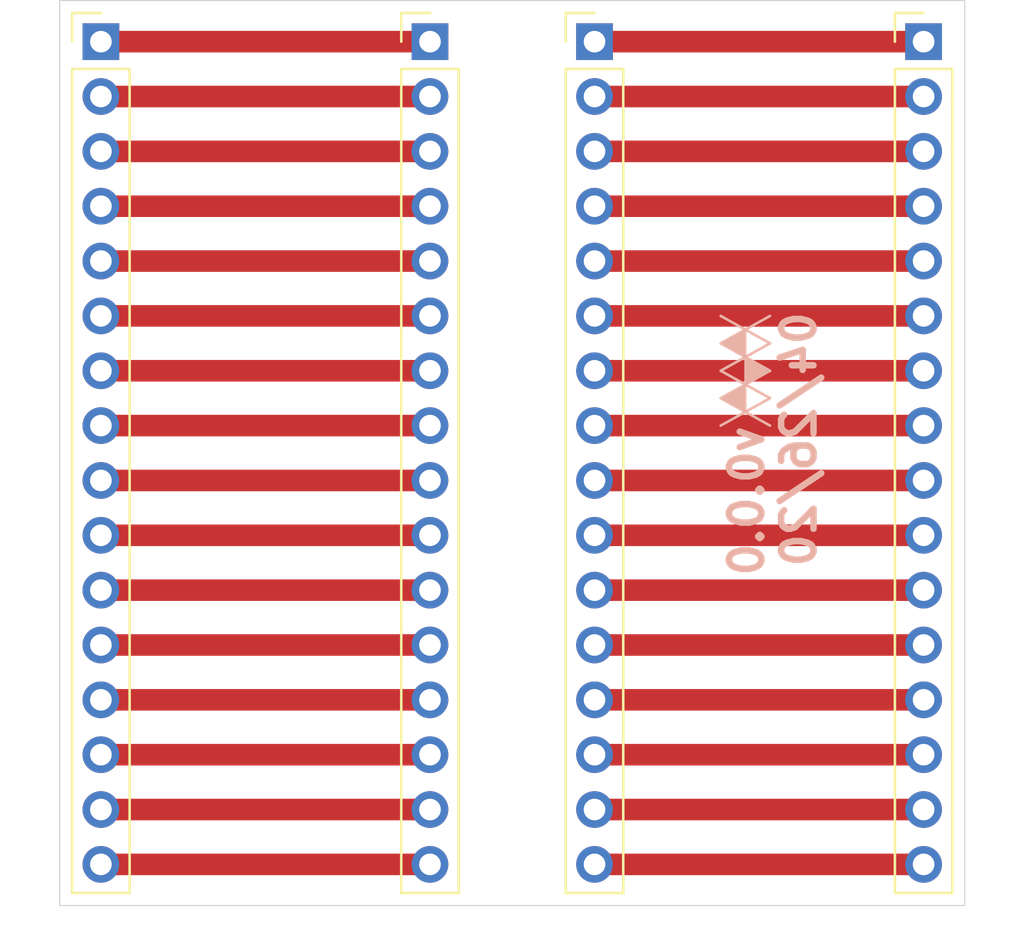
<source format=kicad_pcb>
(kicad_pcb (version 20171130) (host pcbnew "(5.1.2)-1")

  (general
    (thickness 1.6)
    (drawings 5)
    (tracks 32)
    (zones 0)
    (modules 5)
    (nets 33)
  )

  (page A4)
  (layers
    (0 F.Cu signal)
    (31 B.Cu signal)
    (32 B.Adhes user)
    (33 F.Adhes user)
    (34 B.Paste user)
    (35 F.Paste user)
    (36 B.SilkS user)
    (37 F.SilkS user)
    (38 B.Mask user)
    (39 F.Mask user)
    (40 Dwgs.User user)
    (41 Cmts.User user)
    (42 Eco1.User user)
    (43 Eco2.User user)
    (44 Edge.Cuts user)
    (45 Margin user)
    (46 B.CrtYd user)
    (47 F.CrtYd user)
    (48 B.Fab user)
    (49 F.Fab user)
  )

  (setup
    (last_trace_width 0.25)
    (user_trace_width 1)
    (trace_clearance 0.2)
    (zone_clearance 0.508)
    (zone_45_only no)
    (trace_min 0.2)
    (via_size 0.8)
    (via_drill 0.4)
    (via_min_size 0.4)
    (via_min_drill 0.3)
    (uvia_size 0.3)
    (uvia_drill 0.1)
    (uvias_allowed no)
    (uvia_min_size 0.2)
    (uvia_min_drill 0.1)
    (edge_width 0.05)
    (segment_width 0.2)
    (pcb_text_width 0.3)
    (pcb_text_size 1.5 1.5)
    (mod_edge_width 0.12)
    (mod_text_size 1 1)
    (mod_text_width 0.15)
    (pad_size 1.524 1.524)
    (pad_drill 0.762)
    (pad_to_mask_clearance 0.051)
    (solder_mask_min_width 0.25)
    (aux_axis_origin 0 0)
    (visible_elements 7FFFFFFF)
    (pcbplotparams
      (layerselection 0x010fc_ffffffff)
      (usegerberextensions false)
      (usegerberattributes false)
      (usegerberadvancedattributes false)
      (creategerberjobfile false)
      (excludeedgelayer true)
      (linewidth 0.100000)
      (plotframeref false)
      (viasonmask false)
      (mode 1)
      (useauxorigin false)
      (hpglpennumber 1)
      (hpglpenspeed 20)
      (hpglpendiameter 15.000000)
      (psnegative false)
      (psa4output false)
      (plotreference true)
      (plotvalue true)
      (plotinvisibletext false)
      (padsonsilk false)
      (subtractmaskfromsilk false)
      (outputformat 1)
      (mirror false)
      (drillshape 0)
      (scaleselection 1)
      (outputdirectory "gbr/"))
  )

  (net 0 "")
  (net 1 "Net-(J1-Pad16)")
  (net 2 "Net-(J1-Pad15)")
  (net 3 "Net-(J1-Pad14)")
  (net 4 "Net-(J1-Pad13)")
  (net 5 "Net-(J1-Pad12)")
  (net 6 "Net-(J1-Pad11)")
  (net 7 "Net-(J1-Pad10)")
  (net 8 "Net-(J1-Pad9)")
  (net 9 "Net-(J1-Pad8)")
  (net 10 "Net-(J1-Pad7)")
  (net 11 "Net-(J1-Pad6)")
  (net 12 "Net-(J1-Pad5)")
  (net 13 "Net-(J1-Pad4)")
  (net 14 "Net-(J1-Pad3)")
  (net 15 "Net-(J1-Pad2)")
  (net 16 "Net-(J1-Pad1)")
  (net 17 "Net-(J3-Pad16)")
  (net 18 "Net-(J3-Pad15)")
  (net 19 "Net-(J3-Pad14)")
  (net 20 "Net-(J3-Pad13)")
  (net 21 "Net-(J3-Pad12)")
  (net 22 "Net-(J3-Pad11)")
  (net 23 "Net-(J3-Pad10)")
  (net 24 "Net-(J3-Pad9)")
  (net 25 "Net-(J3-Pad8)")
  (net 26 "Net-(J3-Pad7)")
  (net 27 "Net-(J3-Pad6)")
  (net 28 "Net-(J3-Pad5)")
  (net 29 "Net-(J3-Pad4)")
  (net 30 "Net-(J3-Pad3)")
  (net 31 "Net-(J3-Pad2)")
  (net 32 "Net-(J3-Pad1)")

  (net_class Default "This is the default net class."
    (clearance 0.2)
    (trace_width 0.25)
    (via_dia 0.8)
    (via_drill 0.4)
    (uvia_dia 0.3)
    (uvia_drill 0.1)
    (add_net "Net-(J1-Pad1)")
    (add_net "Net-(J1-Pad10)")
    (add_net "Net-(J1-Pad11)")
    (add_net "Net-(J1-Pad12)")
    (add_net "Net-(J1-Pad13)")
    (add_net "Net-(J1-Pad14)")
    (add_net "Net-(J1-Pad15)")
    (add_net "Net-(J1-Pad16)")
    (add_net "Net-(J1-Pad2)")
    (add_net "Net-(J1-Pad3)")
    (add_net "Net-(J1-Pad4)")
    (add_net "Net-(J1-Pad5)")
    (add_net "Net-(J1-Pad6)")
    (add_net "Net-(J1-Pad7)")
    (add_net "Net-(J1-Pad8)")
    (add_net "Net-(J1-Pad9)")
    (add_net "Net-(J3-Pad1)")
    (add_net "Net-(J3-Pad10)")
    (add_net "Net-(J3-Pad11)")
    (add_net "Net-(J3-Pad12)")
    (add_net "Net-(J3-Pad13)")
    (add_net "Net-(J3-Pad14)")
    (add_net "Net-(J3-Pad15)")
    (add_net "Net-(J3-Pad16)")
    (add_net "Net-(J3-Pad2)")
    (add_net "Net-(J3-Pad3)")
    (add_net "Net-(J3-Pad4)")
    (add_net "Net-(J3-Pad5)")
    (add_net "Net-(J3-Pad6)")
    (add_net "Net-(J3-Pad7)")
    (add_net "Net-(J3-Pad8)")
    (add_net "Net-(J3-Pad9)")
  )

  (module Symbol:Logo_WM (layer B.Cu) (tedit 5EA02B73) (tstamp 5EA63443)
    (at 161.925 83.82 90)
    (fp_text reference REF** (at 0 2.286 90) (layer B.SilkS) hide
      (effects (font (size 1 1) (thickness 0.15)) (justify mirror))
    )
    (fp_text value Logo_WM (at 0 -2.032 90) (layer B.Fab)
      (effects (font (size 1 1) (thickness 0.15)) (justify mirror))
    )
    (fp_poly (pts (xy 0.635 0) (xy 1.905 0) (xy 1.27 -1.143)) (layer B.SilkS) (width 0.1))
    (fp_poly (pts (xy -0.635 0) (xy 0.635 0) (xy 0 1.143)) (layer B.SilkS) (width 0.1))
    (fp_poly (pts (xy -1.905 0) (xy -0.635 0) (xy -1.27 -1.143)) (layer B.SilkS) (width 0.1))
    (fp_line (start 1.905 0) (end 2.54 -1.143) (layer B.SilkS) (width 0.12))
    (fp_line (start 2.54 1.143) (end 1.905 0) (layer B.SilkS) (width 0.12))
    (fp_line (start -2.54 -1.143) (end -1.905 0) (layer B.SilkS) (width 0.12))
    (fp_line (start -1.905 0) (end -2.54 1.143) (layer B.SilkS) (width 0.12))
    (fp_line (start -0.635 0) (end -1.27 1.143) (layer B.SilkS) (width 0.12))
    (fp_line (start -1.905 0) (end -1.27 -1.143) (layer B.SilkS) (width 0.12))
    (fp_line (start -1.27 1.143) (end -1.905 0) (layer B.SilkS) (width 0.12))
    (fp_line (start -1.27 -1.143) (end -0.635 0) (layer B.SilkS) (width 0.12))
    (fp_line (start 1.27 1.143) (end 0.635 0) (layer B.SilkS) (width 0.12))
    (fp_line (start 0.635 0) (end 1.27 -1.143) (layer B.SilkS) (width 0.12))
    (fp_line (start 1.27 -1.143) (end 1.905 0) (layer B.SilkS) (width 0.12))
    (fp_line (start 1.905 0) (end 1.27 1.143) (layer B.SilkS) (width 0.12))
    (fp_line (start 0.635 0) (end 0 1.143) (layer B.SilkS) (width 0.12))
    (fp_line (start 0 -1.143) (end 0.635 0) (layer B.SilkS) (width 0.12))
    (fp_line (start -0.635 0) (end 0 -1.143) (layer B.SilkS) (width 0.12))
    (fp_line (start 0 1.143) (end -0.635 0) (layer B.SilkS) (width 0.12))
  )

  (module Connector_PinHeader_2.54mm:PinHeader_1x16_P2.54mm_Vertical (layer F.Cu) (tedit 59FED5CC) (tstamp 5EA62CA9)
    (at 154.94 68.58)
    (descr "Through hole straight pin header, 1x16, 2.54mm pitch, single row")
    (tags "Through hole pin header THT 1x16 2.54mm single row")
    (path /5EAA9AB4)
    (fp_text reference J4 (at 0 -2.33) (layer F.SilkS) hide
      (effects (font (size 1 1) (thickness 0.15)))
    )
    (fp_text value Conn_01x16 (at 0 40.43) (layer F.Fab)
      (effects (font (size 1 1) (thickness 0.15)))
    )
    (fp_text user %R (at 0 19.05 90) (layer F.Fab)
      (effects (font (size 1 1) (thickness 0.15)))
    )
    (fp_line (start 1.8 -1.8) (end -1.8 -1.8) (layer F.CrtYd) (width 0.05))
    (fp_line (start 1.8 39.9) (end 1.8 -1.8) (layer F.CrtYd) (width 0.05))
    (fp_line (start -1.8 39.9) (end 1.8 39.9) (layer F.CrtYd) (width 0.05))
    (fp_line (start -1.8 -1.8) (end -1.8 39.9) (layer F.CrtYd) (width 0.05))
    (fp_line (start -1.33 -1.33) (end 0 -1.33) (layer F.SilkS) (width 0.12))
    (fp_line (start -1.33 0) (end -1.33 -1.33) (layer F.SilkS) (width 0.12))
    (fp_line (start -1.33 1.27) (end 1.33 1.27) (layer F.SilkS) (width 0.12))
    (fp_line (start 1.33 1.27) (end 1.33 39.43) (layer F.SilkS) (width 0.12))
    (fp_line (start -1.33 1.27) (end -1.33 39.43) (layer F.SilkS) (width 0.12))
    (fp_line (start -1.33 39.43) (end 1.33 39.43) (layer F.SilkS) (width 0.12))
    (fp_line (start -1.27 -0.635) (end -0.635 -1.27) (layer F.Fab) (width 0.1))
    (fp_line (start -1.27 39.37) (end -1.27 -0.635) (layer F.Fab) (width 0.1))
    (fp_line (start 1.27 39.37) (end -1.27 39.37) (layer F.Fab) (width 0.1))
    (fp_line (start 1.27 -1.27) (end 1.27 39.37) (layer F.Fab) (width 0.1))
    (fp_line (start -0.635 -1.27) (end 1.27 -1.27) (layer F.Fab) (width 0.1))
    (pad 16 thru_hole oval (at 0 38.1) (size 1.7 1.7) (drill 1) (layers *.Cu *.Mask)
      (net 17 "Net-(J3-Pad16)"))
    (pad 15 thru_hole oval (at 0 35.56) (size 1.7 1.7) (drill 1) (layers *.Cu *.Mask)
      (net 18 "Net-(J3-Pad15)"))
    (pad 14 thru_hole oval (at 0 33.02) (size 1.7 1.7) (drill 1) (layers *.Cu *.Mask)
      (net 19 "Net-(J3-Pad14)"))
    (pad 13 thru_hole oval (at 0 30.48) (size 1.7 1.7) (drill 1) (layers *.Cu *.Mask)
      (net 20 "Net-(J3-Pad13)"))
    (pad 12 thru_hole oval (at 0 27.94) (size 1.7 1.7) (drill 1) (layers *.Cu *.Mask)
      (net 21 "Net-(J3-Pad12)"))
    (pad 11 thru_hole oval (at 0 25.4) (size 1.7 1.7) (drill 1) (layers *.Cu *.Mask)
      (net 22 "Net-(J3-Pad11)"))
    (pad 10 thru_hole oval (at 0 22.86) (size 1.7 1.7) (drill 1) (layers *.Cu *.Mask)
      (net 23 "Net-(J3-Pad10)"))
    (pad 9 thru_hole oval (at 0 20.32) (size 1.7 1.7) (drill 1) (layers *.Cu *.Mask)
      (net 24 "Net-(J3-Pad9)"))
    (pad 8 thru_hole oval (at 0 17.78) (size 1.7 1.7) (drill 1) (layers *.Cu *.Mask)
      (net 25 "Net-(J3-Pad8)"))
    (pad 7 thru_hole oval (at 0 15.24) (size 1.7 1.7) (drill 1) (layers *.Cu *.Mask)
      (net 26 "Net-(J3-Pad7)"))
    (pad 6 thru_hole oval (at 0 12.7) (size 1.7 1.7) (drill 1) (layers *.Cu *.Mask)
      (net 27 "Net-(J3-Pad6)"))
    (pad 5 thru_hole oval (at 0 10.16) (size 1.7 1.7) (drill 1) (layers *.Cu *.Mask)
      (net 28 "Net-(J3-Pad5)"))
    (pad 4 thru_hole oval (at 0 7.62) (size 1.7 1.7) (drill 1) (layers *.Cu *.Mask)
      (net 29 "Net-(J3-Pad4)"))
    (pad 3 thru_hole oval (at 0 5.08) (size 1.7 1.7) (drill 1) (layers *.Cu *.Mask)
      (net 30 "Net-(J3-Pad3)"))
    (pad 2 thru_hole oval (at 0 2.54) (size 1.7 1.7) (drill 1) (layers *.Cu *.Mask)
      (net 31 "Net-(J3-Pad2)"))
    (pad 1 thru_hole rect (at 0 0) (size 1.7 1.7) (drill 1) (layers *.Cu *.Mask)
      (net 32 "Net-(J3-Pad1)"))
    (model ${KISYS3DMOD}/Connector_PinHeader_2.54mm.3dshapes/PinHeader_1x16_P2.54mm_Vertical.wrl
      (at (xyz 0 0 0))
      (scale (xyz 1 1 1))
      (rotate (xyz 0 0 0))
    )
  )

  (module Connector_PinHeader_2.54mm:PinHeader_1x16_P2.54mm_Vertical (layer F.Cu) (tedit 59FED5CC) (tstamp 5EA62C85)
    (at 170.18 68.58)
    (descr "Through hole straight pin header, 1x16, 2.54mm pitch, single row")
    (tags "Through hole pin header THT 1x16 2.54mm single row")
    (path /5EAA9ABA)
    (fp_text reference J3 (at 0 -2.33) (layer F.SilkS) hide
      (effects (font (size 1 1) (thickness 0.15)))
    )
    (fp_text value Conn_01x16 (at 0 40.43) (layer F.Fab)
      (effects (font (size 1 1) (thickness 0.15)))
    )
    (fp_text user %R (at 0 19.05 90) (layer F.Fab)
      (effects (font (size 1 1) (thickness 0.15)))
    )
    (fp_line (start 1.8 -1.8) (end -1.8 -1.8) (layer F.CrtYd) (width 0.05))
    (fp_line (start 1.8 39.9) (end 1.8 -1.8) (layer F.CrtYd) (width 0.05))
    (fp_line (start -1.8 39.9) (end 1.8 39.9) (layer F.CrtYd) (width 0.05))
    (fp_line (start -1.8 -1.8) (end -1.8 39.9) (layer F.CrtYd) (width 0.05))
    (fp_line (start -1.33 -1.33) (end 0 -1.33) (layer F.SilkS) (width 0.12))
    (fp_line (start -1.33 0) (end -1.33 -1.33) (layer F.SilkS) (width 0.12))
    (fp_line (start -1.33 1.27) (end 1.33 1.27) (layer F.SilkS) (width 0.12))
    (fp_line (start 1.33 1.27) (end 1.33 39.43) (layer F.SilkS) (width 0.12))
    (fp_line (start -1.33 1.27) (end -1.33 39.43) (layer F.SilkS) (width 0.12))
    (fp_line (start -1.33 39.43) (end 1.33 39.43) (layer F.SilkS) (width 0.12))
    (fp_line (start -1.27 -0.635) (end -0.635 -1.27) (layer F.Fab) (width 0.1))
    (fp_line (start -1.27 39.37) (end -1.27 -0.635) (layer F.Fab) (width 0.1))
    (fp_line (start 1.27 39.37) (end -1.27 39.37) (layer F.Fab) (width 0.1))
    (fp_line (start 1.27 -1.27) (end 1.27 39.37) (layer F.Fab) (width 0.1))
    (fp_line (start -0.635 -1.27) (end 1.27 -1.27) (layer F.Fab) (width 0.1))
    (pad 16 thru_hole oval (at 0 38.1) (size 1.7 1.7) (drill 1) (layers *.Cu *.Mask)
      (net 17 "Net-(J3-Pad16)"))
    (pad 15 thru_hole oval (at 0 35.56) (size 1.7 1.7) (drill 1) (layers *.Cu *.Mask)
      (net 18 "Net-(J3-Pad15)"))
    (pad 14 thru_hole oval (at 0 33.02) (size 1.7 1.7) (drill 1) (layers *.Cu *.Mask)
      (net 19 "Net-(J3-Pad14)"))
    (pad 13 thru_hole oval (at 0 30.48) (size 1.7 1.7) (drill 1) (layers *.Cu *.Mask)
      (net 20 "Net-(J3-Pad13)"))
    (pad 12 thru_hole oval (at 0 27.94) (size 1.7 1.7) (drill 1) (layers *.Cu *.Mask)
      (net 21 "Net-(J3-Pad12)"))
    (pad 11 thru_hole oval (at 0 25.4) (size 1.7 1.7) (drill 1) (layers *.Cu *.Mask)
      (net 22 "Net-(J3-Pad11)"))
    (pad 10 thru_hole oval (at 0 22.86) (size 1.7 1.7) (drill 1) (layers *.Cu *.Mask)
      (net 23 "Net-(J3-Pad10)"))
    (pad 9 thru_hole oval (at 0 20.32) (size 1.7 1.7) (drill 1) (layers *.Cu *.Mask)
      (net 24 "Net-(J3-Pad9)"))
    (pad 8 thru_hole oval (at 0 17.78) (size 1.7 1.7) (drill 1) (layers *.Cu *.Mask)
      (net 25 "Net-(J3-Pad8)"))
    (pad 7 thru_hole oval (at 0 15.24) (size 1.7 1.7) (drill 1) (layers *.Cu *.Mask)
      (net 26 "Net-(J3-Pad7)"))
    (pad 6 thru_hole oval (at 0 12.7) (size 1.7 1.7) (drill 1) (layers *.Cu *.Mask)
      (net 27 "Net-(J3-Pad6)"))
    (pad 5 thru_hole oval (at 0 10.16) (size 1.7 1.7) (drill 1) (layers *.Cu *.Mask)
      (net 28 "Net-(J3-Pad5)"))
    (pad 4 thru_hole oval (at 0 7.62) (size 1.7 1.7) (drill 1) (layers *.Cu *.Mask)
      (net 29 "Net-(J3-Pad4)"))
    (pad 3 thru_hole oval (at 0 5.08) (size 1.7 1.7) (drill 1) (layers *.Cu *.Mask)
      (net 30 "Net-(J3-Pad3)"))
    (pad 2 thru_hole oval (at 0 2.54) (size 1.7 1.7) (drill 1) (layers *.Cu *.Mask)
      (net 31 "Net-(J3-Pad2)"))
    (pad 1 thru_hole rect (at 0 0) (size 1.7 1.7) (drill 1) (layers *.Cu *.Mask)
      (net 32 "Net-(J3-Pad1)"))
    (model ${KISYS3DMOD}/Connector_PinHeader_2.54mm.3dshapes/PinHeader_1x16_P2.54mm_Vertical.wrl
      (at (xyz 0 0 0))
      (scale (xyz 1 1 1))
      (rotate (xyz 0 0 0))
    )
  )

  (module Connector_PinHeader_2.54mm:PinHeader_1x16_P2.54mm_Vertical (layer F.Cu) (tedit 59FED5CC) (tstamp 5EA62C61)
    (at 147.32 68.58)
    (descr "Through hole straight pin header, 1x16, 2.54mm pitch, single row")
    (tags "Through hole pin header THT 1x16 2.54mm single row")
    (path /5EA9F643)
    (fp_text reference J2 (at 0 -2.33) (layer F.SilkS) hide
      (effects (font (size 1 1) (thickness 0.15)))
    )
    (fp_text value Conn_01x16 (at 0 40.43) (layer F.Fab)
      (effects (font (size 1 1) (thickness 0.15)))
    )
    (fp_text user %R (at 0 19.05 90) (layer F.Fab)
      (effects (font (size 1 1) (thickness 0.15)))
    )
    (fp_line (start 1.8 -1.8) (end -1.8 -1.8) (layer F.CrtYd) (width 0.05))
    (fp_line (start 1.8 39.9) (end 1.8 -1.8) (layer F.CrtYd) (width 0.05))
    (fp_line (start -1.8 39.9) (end 1.8 39.9) (layer F.CrtYd) (width 0.05))
    (fp_line (start -1.8 -1.8) (end -1.8 39.9) (layer F.CrtYd) (width 0.05))
    (fp_line (start -1.33 -1.33) (end 0 -1.33) (layer F.SilkS) (width 0.12))
    (fp_line (start -1.33 0) (end -1.33 -1.33) (layer F.SilkS) (width 0.12))
    (fp_line (start -1.33 1.27) (end 1.33 1.27) (layer F.SilkS) (width 0.12))
    (fp_line (start 1.33 1.27) (end 1.33 39.43) (layer F.SilkS) (width 0.12))
    (fp_line (start -1.33 1.27) (end -1.33 39.43) (layer F.SilkS) (width 0.12))
    (fp_line (start -1.33 39.43) (end 1.33 39.43) (layer F.SilkS) (width 0.12))
    (fp_line (start -1.27 -0.635) (end -0.635 -1.27) (layer F.Fab) (width 0.1))
    (fp_line (start -1.27 39.37) (end -1.27 -0.635) (layer F.Fab) (width 0.1))
    (fp_line (start 1.27 39.37) (end -1.27 39.37) (layer F.Fab) (width 0.1))
    (fp_line (start 1.27 -1.27) (end 1.27 39.37) (layer F.Fab) (width 0.1))
    (fp_line (start -0.635 -1.27) (end 1.27 -1.27) (layer F.Fab) (width 0.1))
    (pad 16 thru_hole oval (at 0 38.1) (size 1.7 1.7) (drill 1) (layers *.Cu *.Mask)
      (net 1 "Net-(J1-Pad16)"))
    (pad 15 thru_hole oval (at 0 35.56) (size 1.7 1.7) (drill 1) (layers *.Cu *.Mask)
      (net 2 "Net-(J1-Pad15)"))
    (pad 14 thru_hole oval (at 0 33.02) (size 1.7 1.7) (drill 1) (layers *.Cu *.Mask)
      (net 3 "Net-(J1-Pad14)"))
    (pad 13 thru_hole oval (at 0 30.48) (size 1.7 1.7) (drill 1) (layers *.Cu *.Mask)
      (net 4 "Net-(J1-Pad13)"))
    (pad 12 thru_hole oval (at 0 27.94) (size 1.7 1.7) (drill 1) (layers *.Cu *.Mask)
      (net 5 "Net-(J1-Pad12)"))
    (pad 11 thru_hole oval (at 0 25.4) (size 1.7 1.7) (drill 1) (layers *.Cu *.Mask)
      (net 6 "Net-(J1-Pad11)"))
    (pad 10 thru_hole oval (at 0 22.86) (size 1.7 1.7) (drill 1) (layers *.Cu *.Mask)
      (net 7 "Net-(J1-Pad10)"))
    (pad 9 thru_hole oval (at 0 20.32) (size 1.7 1.7) (drill 1) (layers *.Cu *.Mask)
      (net 8 "Net-(J1-Pad9)"))
    (pad 8 thru_hole oval (at 0 17.78) (size 1.7 1.7) (drill 1) (layers *.Cu *.Mask)
      (net 9 "Net-(J1-Pad8)"))
    (pad 7 thru_hole oval (at 0 15.24) (size 1.7 1.7) (drill 1) (layers *.Cu *.Mask)
      (net 10 "Net-(J1-Pad7)"))
    (pad 6 thru_hole oval (at 0 12.7) (size 1.7 1.7) (drill 1) (layers *.Cu *.Mask)
      (net 11 "Net-(J1-Pad6)"))
    (pad 5 thru_hole oval (at 0 10.16) (size 1.7 1.7) (drill 1) (layers *.Cu *.Mask)
      (net 12 "Net-(J1-Pad5)"))
    (pad 4 thru_hole oval (at 0 7.62) (size 1.7 1.7) (drill 1) (layers *.Cu *.Mask)
      (net 13 "Net-(J1-Pad4)"))
    (pad 3 thru_hole oval (at 0 5.08) (size 1.7 1.7) (drill 1) (layers *.Cu *.Mask)
      (net 14 "Net-(J1-Pad3)"))
    (pad 2 thru_hole oval (at 0 2.54) (size 1.7 1.7) (drill 1) (layers *.Cu *.Mask)
      (net 15 "Net-(J1-Pad2)"))
    (pad 1 thru_hole rect (at 0 0) (size 1.7 1.7) (drill 1) (layers *.Cu *.Mask)
      (net 16 "Net-(J1-Pad1)"))
    (model ${KISYS3DMOD}/Connector_PinHeader_2.54mm.3dshapes/PinHeader_1x16_P2.54mm_Vertical.wrl
      (at (xyz 0 0 0))
      (scale (xyz 1 1 1))
      (rotate (xyz 0 0 0))
    )
  )

  (module Connector_PinHeader_2.54mm:PinHeader_1x16_P2.54mm_Vertical (layer F.Cu) (tedit 59FED5CC) (tstamp 5EA62C3D)
    (at 132.08 68.58)
    (descr "Through hole straight pin header, 1x16, 2.54mm pitch, single row")
    (tags "Through hole pin header THT 1x16 2.54mm single row")
    (path /5EAA221C)
    (fp_text reference J1 (at 0 -2.33) (layer F.SilkS) hide
      (effects (font (size 1 1) (thickness 0.15)))
    )
    (fp_text value Conn_01x16 (at 0 40.43) (layer F.Fab)
      (effects (font (size 1 1) (thickness 0.15)))
    )
    (fp_text user %R (at 0 19.05 90) (layer F.Fab)
      (effects (font (size 1 1) (thickness 0.15)))
    )
    (fp_line (start 1.8 -1.8) (end -1.8 -1.8) (layer F.CrtYd) (width 0.05))
    (fp_line (start 1.8 39.9) (end 1.8 -1.8) (layer F.CrtYd) (width 0.05))
    (fp_line (start -1.8 39.9) (end 1.8 39.9) (layer F.CrtYd) (width 0.05))
    (fp_line (start -1.8 -1.8) (end -1.8 39.9) (layer F.CrtYd) (width 0.05))
    (fp_line (start -1.33 -1.33) (end 0 -1.33) (layer F.SilkS) (width 0.12))
    (fp_line (start -1.33 0) (end -1.33 -1.33) (layer F.SilkS) (width 0.12))
    (fp_line (start -1.33 1.27) (end 1.33 1.27) (layer F.SilkS) (width 0.12))
    (fp_line (start 1.33 1.27) (end 1.33 39.43) (layer F.SilkS) (width 0.12))
    (fp_line (start -1.33 1.27) (end -1.33 39.43) (layer F.SilkS) (width 0.12))
    (fp_line (start -1.33 39.43) (end 1.33 39.43) (layer F.SilkS) (width 0.12))
    (fp_line (start -1.27 -0.635) (end -0.635 -1.27) (layer F.Fab) (width 0.1))
    (fp_line (start -1.27 39.37) (end -1.27 -0.635) (layer F.Fab) (width 0.1))
    (fp_line (start 1.27 39.37) (end -1.27 39.37) (layer F.Fab) (width 0.1))
    (fp_line (start 1.27 -1.27) (end 1.27 39.37) (layer F.Fab) (width 0.1))
    (fp_line (start -0.635 -1.27) (end 1.27 -1.27) (layer F.Fab) (width 0.1))
    (pad 16 thru_hole oval (at 0 38.1) (size 1.7 1.7) (drill 1) (layers *.Cu *.Mask)
      (net 1 "Net-(J1-Pad16)"))
    (pad 15 thru_hole oval (at 0 35.56) (size 1.7 1.7) (drill 1) (layers *.Cu *.Mask)
      (net 2 "Net-(J1-Pad15)"))
    (pad 14 thru_hole oval (at 0 33.02) (size 1.7 1.7) (drill 1) (layers *.Cu *.Mask)
      (net 3 "Net-(J1-Pad14)"))
    (pad 13 thru_hole oval (at 0 30.48) (size 1.7 1.7) (drill 1) (layers *.Cu *.Mask)
      (net 4 "Net-(J1-Pad13)"))
    (pad 12 thru_hole oval (at 0 27.94) (size 1.7 1.7) (drill 1) (layers *.Cu *.Mask)
      (net 5 "Net-(J1-Pad12)"))
    (pad 11 thru_hole oval (at 0 25.4) (size 1.7 1.7) (drill 1) (layers *.Cu *.Mask)
      (net 6 "Net-(J1-Pad11)"))
    (pad 10 thru_hole oval (at 0 22.86) (size 1.7 1.7) (drill 1) (layers *.Cu *.Mask)
      (net 7 "Net-(J1-Pad10)"))
    (pad 9 thru_hole oval (at 0 20.32) (size 1.7 1.7) (drill 1) (layers *.Cu *.Mask)
      (net 8 "Net-(J1-Pad9)"))
    (pad 8 thru_hole oval (at 0 17.78) (size 1.7 1.7) (drill 1) (layers *.Cu *.Mask)
      (net 9 "Net-(J1-Pad8)"))
    (pad 7 thru_hole oval (at 0 15.24) (size 1.7 1.7) (drill 1) (layers *.Cu *.Mask)
      (net 10 "Net-(J1-Pad7)"))
    (pad 6 thru_hole oval (at 0 12.7) (size 1.7 1.7) (drill 1) (layers *.Cu *.Mask)
      (net 11 "Net-(J1-Pad6)"))
    (pad 5 thru_hole oval (at 0 10.16) (size 1.7 1.7) (drill 1) (layers *.Cu *.Mask)
      (net 12 "Net-(J1-Pad5)"))
    (pad 4 thru_hole oval (at 0 7.62) (size 1.7 1.7) (drill 1) (layers *.Cu *.Mask)
      (net 13 "Net-(J1-Pad4)"))
    (pad 3 thru_hole oval (at 0 5.08) (size 1.7 1.7) (drill 1) (layers *.Cu *.Mask)
      (net 14 "Net-(J1-Pad3)"))
    (pad 2 thru_hole oval (at 0 2.54) (size 1.7 1.7) (drill 1) (layers *.Cu *.Mask)
      (net 15 "Net-(J1-Pad2)"))
    (pad 1 thru_hole rect (at 0 0) (size 1.7 1.7) (drill 1) (layers *.Cu *.Mask)
      (net 16 "Net-(J1-Pad1)"))
    (model ${KISYS3DMOD}/Connector_PinHeader_2.54mm.3dshapes/PinHeader_1x16_P2.54mm_Vertical.wrl
      (at (xyz 0 0 0))
      (scale (xyz 1 1 1))
      (rotate (xyz 0 0 0))
    )
  )

  (gr_text "     v0.0.0\n04/26/20" (at 163.195 86.995 90) (layer B.SilkS)
    (effects (font (size 1.5 1.5) (thickness 0.3)) (justify mirror))
  )
  (gr_line (start 130.175 108.585) (end 130.175 66.675) (layer Edge.Cuts) (width 0.05) (tstamp 5EA632FB))
  (gr_line (start 172.085 108.585) (end 130.175 108.585) (layer Edge.Cuts) (width 0.05))
  (gr_line (start 172.085 66.675) (end 172.085 108.585) (layer Edge.Cuts) (width 0.05))
  (gr_line (start 130.175 66.675) (end 172.085 66.675) (layer Edge.Cuts) (width 0.05))

  (segment (start 132.08 106.68) (end 147.32 106.68) (width 1) (layer F.Cu) (net 1))
  (segment (start 147.32 104.14) (end 132.08 104.14) (width 1) (layer F.Cu) (net 2))
  (segment (start 132.08 101.6) (end 147.32 101.6) (width 1) (layer F.Cu) (net 3))
  (segment (start 147.32 99.06) (end 132.08 99.06) (width 1) (layer F.Cu) (net 4))
  (segment (start 132.08 96.52) (end 147.32 96.52) (width 1) (layer F.Cu) (net 5))
  (segment (start 147.32 93.98) (end 132.08 93.98) (width 1) (layer F.Cu) (net 6))
  (segment (start 132.08 91.44) (end 147.32 91.44) (width 1) (layer F.Cu) (net 7))
  (segment (start 147.32 88.9) (end 132.08 88.9) (width 1) (layer F.Cu) (net 8))
  (segment (start 132.08 86.36) (end 147.32 86.36) (width 1) (layer F.Cu) (net 9))
  (segment (start 147.32 83.82) (end 132.08 83.82) (width 1) (layer F.Cu) (net 10))
  (segment (start 132.08 81.28) (end 147.32 81.28) (width 1) (layer F.Cu) (net 11))
  (segment (start 147.32 78.74) (end 132.08 78.74) (width 1) (layer F.Cu) (net 12))
  (segment (start 132.08 76.2) (end 147.32 76.2) (width 1) (layer F.Cu) (net 13))
  (segment (start 147.32 73.66) (end 132.08 73.66) (width 1) (layer F.Cu) (net 14))
  (segment (start 132.08 71.12) (end 147.32 71.12) (width 1) (layer F.Cu) (net 15))
  (segment (start 132.08 68.58) (end 147.32 68.58) (width 1) (layer F.Cu) (net 16))
  (segment (start 154.94 106.68) (end 170.18 106.68) (width 1) (layer F.Cu) (net 17))
  (segment (start 170.18 104.14) (end 154.94 104.14) (width 1) (layer F.Cu) (net 18))
  (segment (start 154.94 101.6) (end 170.18 101.6) (width 1) (layer F.Cu) (net 19))
  (segment (start 170.18 99.06) (end 154.94 99.06) (width 1) (layer F.Cu) (net 20))
  (segment (start 154.94 96.52) (end 170.18 96.52) (width 1) (layer F.Cu) (net 21))
  (segment (start 170.18 93.98) (end 154.94 93.98) (width 1) (layer F.Cu) (net 22))
  (segment (start 154.94 91.44) (end 170.18 91.44) (width 1) (layer F.Cu) (net 23))
  (segment (start 170.18 88.9) (end 154.94 88.9) (width 1) (layer F.Cu) (net 24))
  (segment (start 154.94 86.36) (end 170.18 86.36) (width 1) (layer F.Cu) (net 25))
  (segment (start 170.18 83.82) (end 154.94 83.82) (width 1) (layer F.Cu) (net 26))
  (segment (start 154.94 81.28) (end 170.18 81.28) (width 1) (layer F.Cu) (net 27))
  (segment (start 170.18 78.74) (end 154.94 78.74) (width 1) (layer F.Cu) (net 28))
  (segment (start 154.94 76.2) (end 170.18 76.2) (width 1) (layer F.Cu) (net 29))
  (segment (start 170.18 73.66) (end 154.94 73.66) (width 1) (layer F.Cu) (net 30))
  (segment (start 170.18 71.12) (end 154.94 71.12) (width 1) (layer F.Cu) (net 31))
  (segment (start 154.94 68.58) (end 170.18 68.58) (width 1) (layer F.Cu) (net 32))

)

</source>
